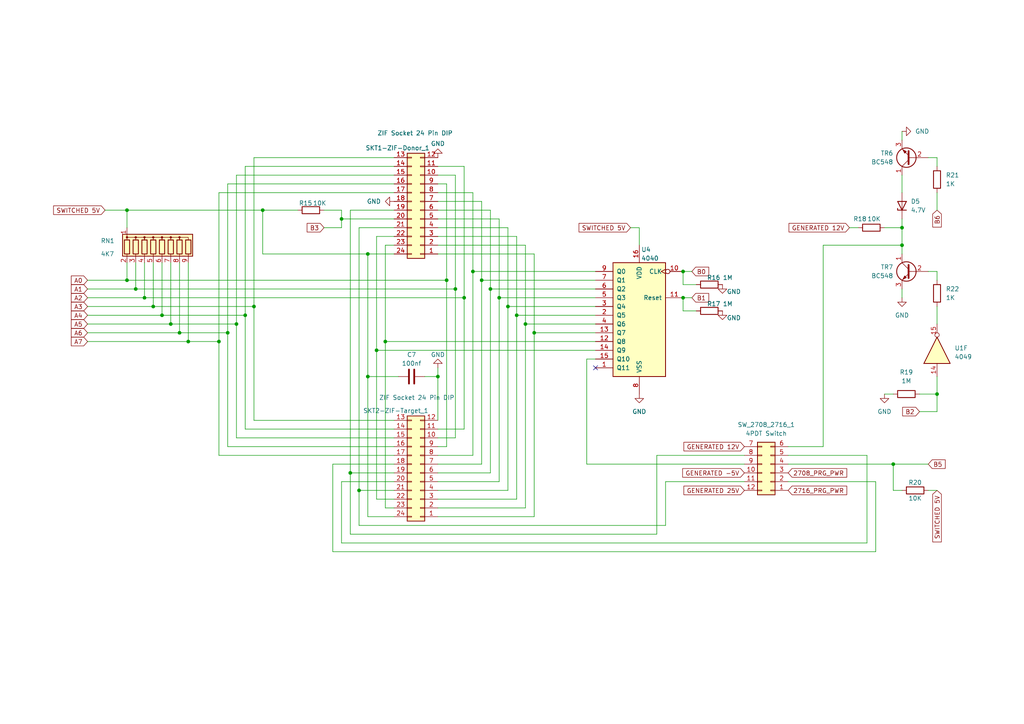
<source format=kicad_sch>
(kicad_sch (version 20230121) (generator eeschema)
  (paper "A4")
  (title_block (title "EPROM Burner 2708 / 2716") (date "2023-05-21") (rev "2.1"))
  (lib_symbols
    (symbol "4xxx:4040" (pin_names (offset 1.016))
      (property "Reference" "U" (at -7.62 16.51 0))
      (property "Value" "4040" (at -7.62 -19.05 0))
      (symbol "4040_1_0"
        (pin output line (at 12.7 -15.24 180) (length 5.08) (name "Q11") (number "1"))
        (pin input inverted_clock (at -12.7 12.7 0) (length 5.08) (name "CLK") (number "10"))
        (pin input line (at -12.7 5.08 0) (length 5.08) (name "Reset") (number "11"))
        (pin output line (at 12.7 -7.62 180) (length 5.08) (name "Q8") (number "12"))
        (pin output line (at 12.7 -5.08 180) (length 5.08) (name "Q7") (number "13"))
        (pin output line (at 12.7 -10.16 180) (length 5.08) (name "Q9") (number "14"))
        (pin output line (at 12.7 -12.7 180) (length 5.08) (name "Q10") (number "15"))
        (pin power_in line (at 0 20.32 270) (length 5.08) (name "VDD") (number "16"))
        (pin output line (at 12.7 0 180) (length 5.08) (name "Q5") (number "2"))
        (pin output line (at 12.7 2.54 180) (length 5.08) (name "Q4") (number "3"))
        (pin output line (at 12.7 -2.54 180) (length 5.08) (name "Q6") (number "4"))
        (pin output line (at 12.7 5.08 180) (length 5.08) (name "Q3") (number "5"))
        (pin output line (at 12.7 7.62 180) (length 5.08) (name "Q2") (number "6"))
        (pin output line (at 12.7 10.16 180) (length 5.08) (name "Q1") (number "7"))
        (pin power_in line (at 0 -22.86 90) (length 5.08) (name "VSS") (number "8"))
        (pin output line (at 12.7 12.7 180) (length 5.08) (name "Q0") (number "9"))
      )
      (symbol "4040_1_1"
        (rectangle (start -7.62 15.24) (end 7.62 -17.78) (stroke (width 0.254)) (fill (type background)))
      )
    )
    (symbol "4xxx:4049" (pin_names (offset 1.016))
      (property "Reference" "U" (at 0 1.27 0))
      (property "Value" "4049" (at 0 -1.27 0))
      (symbol "4049_1_0"
        (polyline (pts (xy -3.81 3.81) (xy -3.81 -3.81) (xy 3.81 0) (xy -3.81 3.81)) (stroke (width 0.254)) (fill (type background)))
        (pin output inverted (at 7.62 0 180) (length 3.81) (name "~") (number "2"))
        (pin input line (at -7.62 0 0) (length 3.81) (name "~") (number "3"))
      )
      (symbol "4049_2_0"
        (polyline (pts (xy -3.81 3.81) (xy -3.81 -3.81) (xy 3.81 0) (xy -3.81 3.81)) (stroke (width 0.254)) (fill (type background)))
        (pin output inverted (at 7.62 0 180) (length 3.81) (name "~") (number "4"))
        (pin input line (at -7.62 0 0) (length 3.81) (name "~") (number "5"))
      )
      (symbol "4049_3_0"
        (polyline (pts (xy -3.81 3.81) (xy -3.81 -3.81) (xy 3.81 0) (xy -3.81 3.81)) (stroke (width 0.254)) (fill (type background)))
        (pin output inverted (at 7.62 0 180) (length 3.81) (name "~") (number "6"))
        (pin input line (at -7.62 0 0) (length 3.81) (name "~") (number "7"))
      )
      (symbol "4049_4_0"
        (polyline (pts (xy -3.81 3.81) (xy -3.81 -3.81) (xy 3.81 0) (xy -3.81 3.81)) (stroke (width 0.254)) (fill (type background)))
        (pin output inverted (at 7.62 0 180) (length 3.81) (name "~") (number "10"))
        (pin input line (at -7.62 0 0) (length 3.81) (name "~") (number "9"))
      )
      (symbol "4049_5_0"
        (polyline (pts (xy -3.81 3.81) (xy -3.81 -3.81) (xy 3.81 0) (xy -3.81 3.81)) (stroke (width 0.254)) (fill (type background)))
        (pin input line (at -7.62 0 0) (length 3.81) (name "~") (number "11"))
        (pin output inverted (at 7.62 0 180) (length 3.81) (name "~") (number "12"))
      )
      (symbol "4049_6_0"
        (polyline (pts (xy -3.81 3.81) (xy -3.81 -3.81) (xy 3.81 0) (xy -3.81 3.81)) (stroke (width 0.254)) (fill (type background)))
        (pin input line (at -7.62 0 0) (length 3.81) (name "~") (number "14"))
        (pin output inverted (at 7.62 0 180) (length 3.81) (name "~") (number "15"))
      )
      (symbol "4049_7_0"
        (pin power_in line (at 0 12.7 270) (length 5.08) (name "VCC") (number "1"))
        (pin power_in line (at 0 -12.7 90) (length 5.08) (name "VSS") (number "8"))
      )
      (symbol "4049_7_1"
        (rectangle (start -5.08 7.62) (end 5.08 -7.62) (stroke (width 0.254)) (fill (type background)))
      )
    )
    (symbol "Connector_Generic:Conn_02x06_Counter_Clockwise" (pin_names (offset 1.016) hide)
      (property "Reference" "J" (at 1.27 7.62 0))
      (property "Value" "Conn_02x06_Counter_Clockwise" (at 1.27 -10.16 0))
      (symbol "Conn_02x06_Counter_Clockwise_1_1"
        (rectangle (start -1.27 -7.493) (end 0 -7.747) (stroke (width 0.1524)))
        (rectangle (start -1.27 -4.953) (end 0 -5.207) (stroke (width 0.1524)))
        (rectangle (start -1.27 -2.413) (end 0 -2.667) (stroke (width 0.1524)))
        (rectangle (start -1.27 0.127) (end 0 -0.127) (stroke (width 0.1524)))
        (rectangle (start -1.27 2.667) (end 0 2.413) (stroke (width 0.1524)))
        (rectangle (start -1.27 5.207) (end 0 4.953) (stroke (width 0.1524)))
        (rectangle (start -1.27 6.35) (end 3.81 -8.89) (stroke (width 0.254)) (fill (type background)))
        (rectangle (start 3.81 -7.493) (end 2.54 -7.747) (stroke (width 0.1524)))
        (rectangle (start 3.81 -4.953) (end 2.54 -5.207) (stroke (width 0.1524)))
        (rectangle (start 3.81 -2.413) (end 2.54 -2.667) (stroke (width 0.1524)))
        (rectangle (start 3.81 0.127) (end 2.54 -0.127) (stroke (width 0.1524)))
        (rectangle (start 3.81 2.667) (end 2.54 2.413) (stroke (width 0.1524)))
        (rectangle (start 3.81 5.207) (end 2.54 4.953) (stroke (width 0.1524)))
        (pin passive line (at -5.08 5.08 0) (length 3.81) (name "Pin_1") (number "1"))
        (pin passive line (at 7.62 0 180) (length 3.81) (name "Pin_10") (number "10"))
        (pin passive line (at 7.62 2.54 180) (length 3.81) (name "Pin_11") (number "11"))
        (pin passive line (at 7.62 5.08 180) (length 3.81) (name "Pin_12") (number "12"))
        (pin passive line (at -5.08 2.54 0) (length 3.81) (name "Pin_2") (number "2"))
        (pin passive line (at -5.08 0 0) (length 3.81) (name "Pin_3") (number "3"))
        (pin passive line (at -5.08 -2.54 0) (length 3.81) (name "Pin_4") (number "4"))
        (pin passive line (at -5.08 -5.08 0) (length 3.81) (name "Pin_5") (number "5"))
        (pin passive line (at -5.08 -7.62 0) (length 3.81) (name "Pin_6") (number "6"))
        (pin passive line (at 7.62 -7.62 180) (length 3.81) (name "Pin_7") (number "7"))
        (pin passive line (at 7.62 -5.08 180) (length 3.81) (name "Pin_8") (number "8"))
        (pin passive line (at 7.62 -2.54 180) (length 3.81) (name "Pin_9") (number "9"))
      )
    )
    (symbol "Connector_Generic:Conn_02x12_Counter_Clockwise" (pin_names (offset 1.016) hide)
      (property "Reference" "J" (at 1.27 15.24 0))
      (property "Value" "Conn_02x12_Counter_Clockwise" (at 1.27 -17.78 0))
      (symbol "Conn_02x12_Counter_Clockwise_1_1"
        (rectangle (start -1.27 -15.113) (end 0 -15.367) (stroke (width 0.1524)))
        (rectangle (start -1.27 -12.573) (end 0 -12.827) (stroke (width 0.1524)))
        (rectangle (start -1.27 -10.033) (end 0 -10.287) (stroke (width 0.1524)))
        (rectangle (start -1.27 -7.493) (end 0 -7.747) (stroke (width 0.1524)))
        (rectangle (start -1.27 -4.953) (end 0 -5.207) (stroke (width 0.1524)))
        (rectangle (start -1.27 -2.413) (end 0 -2.667) (stroke (width 0.1524)))
        (rectangle (start -1.27 0.127) (end 0 -0.127) (stroke (width 0.1524)))
        (rectangle (start -1.27 2.667) (end 0 2.413) (stroke (width 0.1524)))
        (rectangle (start -1.27 5.207) (end 0 4.953) (stroke (width 0.1524)))
        (rectangle (start -1.27 7.747) (end 0 7.493) (stroke (width 0.1524)))
        (rectangle (start -1.27 10.287) (end 0 10.033) (stroke (width 0.1524)))
        (rectangle (start -1.27 12.827) (end 0 12.573) (stroke (width 0.1524)))
        (rectangle (start -1.27 13.97) (end 3.81 -16.51) (stroke (width 0.254)) (fill (type background)))
        (rectangle (start 3.81 -15.113) (end 2.54 -15.367) (stroke (width 0.1524)))
        (rectangle (start 3.81 -12.573) (end 2.54 -12.827) (stroke (width 0.1524)))
        (rectangle (start 3.81 -10.033) (end 2.54 -10.287) (stroke (width 0.1524)))
        (rectangle (start 3.81 -7.493) (end 2.54 -7.747) (stroke (width 0.1524)))
        (rectangle (start 3.81 -4.953) (end 2.54 -5.207) (stroke (width 0.1524)))
        (rectangle (start 3.81 -2.413) (end 2.54 -2.667) (stroke (width 0.1524)))
        (rectangle (start 3.81 0.127) (end 2.54 -0.127) (stroke (width 0.1524)))
        (rectangle (start 3.81 2.667) (end 2.54 2.413) (stroke (width 0.1524)))
        (rectangle (start 3.81 5.207) (end 2.54 4.953) (stroke (width 0.1524)))
        (rectangle (start 3.81 7.747) (end 2.54 7.493) (stroke (width 0.1524)))
        (rectangle (start 3.81 10.287) (end 2.54 10.033) (stroke (width 0.1524)))
        (rectangle (start 3.81 12.827) (end 2.54 12.573) (stroke (width 0.1524)))
        (pin passive line (at -5.08 12.7 0) (length 3.81) (name "Pin_1") (number "1"))
        (pin passive line (at -5.08 -10.16 0) (length 3.81) (name "Pin_10") (number "10"))
        (pin passive line (at -5.08 -12.7 0) (length 3.81) (name "Pin_11") (number "11"))
        (pin passive line (at -5.08 -15.24 0) (length 3.81) (name "Pin_12") (number "12"))
        (pin passive line (at 7.62 -15.24 180) (length 3.81) (name "Pin_13") (number "13"))
        (pin passive line (at 7.62 -12.7 180) (length 3.81) (name "Pin_14") (number "14"))
        (pin passive line (at 7.62 -10.16 180) (length 3.81) (name "Pin_15") (number "15"))
        (pin passive line (at 7.62 -7.62 180) (length 3.81) (name "Pin_16") (number "16"))
        (pin passive line (at 7.62 -5.08 180) (length 3.81) (name "Pin_17") (number "17"))
        (pin passive line (at 7.62 -2.54 180) (length 3.81) (name "Pin_18") (number "18"))
        (pin passive line (at 7.62 0 180) (length 3.81) (name "Pin_19") (number "19"))
        (pin passive line (at -5.08 10.16 0) (length 3.81) (name "Pin_2") (number "2"))
        (pin passive line (at 7.62 2.54 180) (length 3.81) (name "Pin_20") (number "20"))
        (pin passive line (at 7.62 5.08 180) (length 3.81) (name "Pin_21") (number "21"))
        (pin passive line (at 7.62 7.62 180) (length 3.81) (name "Pin_22") (number "22"))
        (pin passive line (at 7.62 10.16 180) (length 3.81) (name "Pin_23") (number "23"))
        (pin passive line (at 7.62 12.7 180) (length 3.81) (name "Pin_24") (number "24"))
        (pin passive line (at -5.08 7.62 0) (length 3.81) (name "Pin_3") (number "3"))
        (pin passive line (at -5.08 5.08 0) (length 3.81) (name "Pin_4") (number "4"))
        (pin passive line (at -5.08 2.54 0) (length 3.81) (name "Pin_5") (number "5"))
        (pin passive line (at -5.08 0 0) (length 3.81) (name "Pin_6") (number "6"))
        (pin passive line (at -5.08 -2.54 0) (length 3.81) (name "Pin_7") (number "7"))
        (pin passive line (at -5.08 -5.08 0) (length 3.81) (name "Pin_8") (number "8"))
        (pin passive line (at -5.08 -7.62 0) (length 3.81) (name "Pin_9") (number "9"))
      )
    )
    (symbol "Device:C" (pin_numbers hide) (pin_names (offset 0.254))
      (property "Reference" "C" (at 0.635 2.54 0))
      (property "Value" "C" (at 0.635 -2.54 0))
      (symbol "C_0_1"
        (polyline (pts (xy -2.032 -0.762) (xy 2.032 -0.762)) (stroke (width 0.508)))
        (polyline (pts (xy -2.032 0.762) (xy 2.032 0.762)) (stroke (width 0.508)))
      )
      (symbol "C_1_1"
        (pin passive line (at 0 3.81 270) (length 2.794) (name "~") (number "1"))
        (pin passive line (at 0 -3.81 90) (length 2.794) (name "~") (number "2"))
      )
    )
    (symbol "Device:D_Zener" (pin_numbers hide) (pin_names (offset 1.016) hide)
      (property "Reference" "D" (at 0 2.54 0))
      (property "Value" "D_Zener" (at 0 -2.54 0))
      (symbol "D_Zener_0_1"
        (polyline (pts (xy 1.27 0) (xy -1.27 0)))
        (polyline (pts (xy -1.27 -1.27) (xy -1.27 1.27) (xy -0.762 1.27)) (stroke (width 0.254)))
        (polyline (pts (xy 1.27 -1.27) (xy 1.27 1.27) (xy -1.27 0) (xy 1.27 -1.27)) (stroke (width 0.254)))
      )
      (symbol "D_Zener_1_1"
        (pin passive line (at -3.81 0 0) (length 2.54) (name "K") (number "1"))
        (pin passive line (at 3.81 0 180) (length 2.54) (name "A") (number "2"))
      )
    )
    (symbol "Device:R" (pin_numbers hide) (pin_names (offset 0))
      (property "Reference" "R" (at 2.032 0 90))
      (property "Value" "R" (at 0 0 90))
      (symbol "R_0_1"
        (rectangle (start -1.016 -2.54) (end 1.016 2.54) (stroke (width 0.254)))
      )
      (symbol "R_1_1"
        (pin passive line (at 0 3.81 270) (length 1.27) (name "~") (number "1"))
        (pin passive line (at 0 -3.81 90) (length 1.27) (name "~") (number "2"))
      )
    )
    (symbol "Device:R_Network08" (pin_names (offset 0) hide)
      (property "Reference" "RN" (at -12.7 0 90))
      (property "Value" "R_Network08" (at 10.16 0 90))
      (symbol "R_Network08_0_1"
        (rectangle (start -11.43 -3.175) (end 8.89 3.175) (stroke (width 0.254)) (fill (type background)))
        (rectangle (start -10.922 1.524) (end -9.398 -2.54) (stroke (width 0.254)))
        (circle (center -10.16 2.286) (radius 0.254) (fill (type outline)))
        (rectangle (start -8.382 1.524) (end -6.858 -2.54) (stroke (width 0.254)))
        (circle (center -7.62 2.286) (radius 0.254) (fill (type outline)))
        (rectangle (start -5.842 1.524) (end -4.318 -2.54) (stroke (width 0.254)))
        (circle (center -5.08 2.286) (radius 0.254) (fill (type outline)))
        (rectangle (start -3.302 1.524) (end -1.778 -2.54) (stroke (width 0.254)))
        (circle (center -2.54 2.286) (radius 0.254) (fill (type outline)))
        (rectangle (start -0.762 1.524) (end 0.762 -2.54) (stroke (width 0.254)))
        (polyline (pts (xy -10.16 -2.54) (xy -10.16 -3.81)))
        (polyline (pts (xy -7.62 -2.54) (xy -7.62 -3.81)))
        (polyline (pts (xy -5.08 -2.54) (xy -5.08 -3.81)))
        (polyline (pts (xy -2.54 -2.54) (xy -2.54 -3.81)))
        (polyline (pts (xy 0 -2.54) (xy 0 -3.81)))
        (polyline (pts (xy 2.54 -2.54) (xy 2.54 -3.81)))
        (polyline (pts (xy 5.08 -2.54) (xy 5.08 -3.81)))
        (polyline (pts (xy 7.62 -2.54) (xy 7.62 -3.81)))
        (polyline (pts (xy -10.16 1.524) (xy -10.16 2.286) (xy -7.62 2.286) (xy -7.62 1.524)))
        (polyline (pts (xy -7.62 1.524) (xy -7.62 2.286) (xy -5.08 2.286) (xy -5.08 1.524)))
        (polyline (pts (xy -5.08 1.524) (xy -5.08 2.286) (xy -2.54 2.286) (xy -2.54 1.524)))
        (polyline (pts (xy -2.54 1.524) (xy -2.54 2.286) (xy 0 2.286) (xy 0 1.524)))
        (polyline (pts (xy 0 1.524) (xy 0 2.286) (xy 2.54 2.286) (xy 2.54 1.524)))
        (polyline (pts (xy 2.54 1.524) (xy 2.54 2.286) (xy 5.08 2.286) (xy 5.08 1.524)))
        (polyline (pts (xy 5.08 1.524) (xy 5.08 2.286) (xy 7.62 2.286) (xy 7.62 1.524)))
        (circle (center 0 2.286) (radius 0.254) (fill (type outline)))
        (rectangle (start 1.778 1.524) (end 3.302 -2.54) (stroke (width 0.254)))
        (circle (center 2.54 2.286) (radius 0.254) (fill (type outline)))
        (rectangle (start 4.318 1.524) (end 5.842 -2.54) (stroke (width 0.254)))
        (circle (center 5.08 2.286) (radius 0.254) (fill (type outline)))
        (rectangle (start 6.858 1.524) (end 8.382 -2.54) (stroke (width 0.254)))
      )
      (symbol "R_Network08_1_1"
        (pin passive line (at -10.16 5.08 270) (length 2.54) (name "common") (number "1"))
        (pin passive line (at -10.16 -5.08 90) (length 1.27) (name "R1") (number "2"))
        (pin passive line (at -7.62 -5.08 90) (length 1.27) (name "R2") (number "3"))
        (pin passive line (at -5.08 -5.08 90) (length 1.27) (name "R3") (number "4"))
        (pin passive line (at -2.54 -5.08 90) (length 1.27) (name "R4") (number "5"))
        (pin passive line (at 0 -5.08 90) (length 1.27) (name "R5") (number "6"))
        (pin passive line (at 2.54 -5.08 90) (length 1.27) (name "R6") (number "7"))
        (pin passive line (at 5.08 -5.08 90) (length 1.27) (name "R7") (number "8"))
        (pin passive line (at 7.62 -5.08 90) (length 1.27) (name "R8") (number "9"))
      )
    )
    (symbol "Transistor_BJT:BC548" (pin_names (offset 0) hide)
      (property "Reference" "Q" (at 5.08 1.905 0))
      (property "Value" "BC548" (at 5.08 0 0))
      (symbol "BC548_0_1"
        (polyline (pts (xy 0 0) (xy 0.635 0)))
        (polyline (pts (xy 0.635 0.635) (xy 2.54 2.54)))
        (polyline (pts (xy 0.635 -0.635) (xy 2.54 -2.54) (xy 2.54 -2.54)))
        (polyline (pts (xy 0.635 1.905) (xy 0.635 -1.905) (xy 0.635 -1.905)) (stroke (width 0.508)))
        (polyline (pts (xy 1.27 -1.778) (xy 1.778 -1.27) (xy 2.286 -2.286) (xy 1.27 -1.778) (xy 1.27 -1.778)) (fill (type outline)))
        (circle (center 1.27 0) (radius 2.8194) (stroke (width 0.254)))
      )
      (symbol "BC548_1_1"
        (pin passive line (at 2.54 5.08 270) (length 2.54) (name "C") (number "1"))
        (pin input line (at -5.08 0 0) (length 5.08) (name "B") (number "2"))
        (pin passive line (at 2.54 -5.08 90) (length 2.54) (name "E") (number "3"))
      )
    )
    (symbol "power:GND" (power) (pin_names (offset 0))
      (property "Value" "GND" (at 0 -3.81 0))
      (symbol "GND_0_1"
        (polyline (pts (xy 0 0) (xy 0 -1.27) (xy 1.27 -1.27) (xy 0 -2.54) (xy -1.27 -1.27) (xy 0 -1.27)))
      )
      (symbol "GND_1_1"
        (pin power_in line (at 0 0 270) (length 0) hide (name "GND") (number "1"))
      )
    )
  )
  (junction (at 261.62 71.12))
  (junction (at 49.53 93.98))
  (junction (at 149.86 91.44))
  (junction (at 259.08 134.62))
  (junction (at 76.2 60.96))
  (junction (at 99.06 63.5))
  (junction (at 152.4 93.98))
  (junction (at 104.14 142.24))
  (junction (at 73.66 88.9))
  (junction (at 142.24 83.82))
  (junction (at 137.16 78.74))
  (junction (at 63.5 99.06))
  (junction (at 111.76 99.06))
  (junction (at 154.94 96.52))
  (junction (at 271.78 114.3))
  (junction (at 41.91 86.36))
  (junction (at 106.68 109.22))
  (junction (at 198.12 78.74))
  (junction (at 106.68 73.66))
  (junction (at 46.99 91.44))
  (junction (at 52.07 96.52))
  (junction (at 144.78 86.36))
  (junction (at 44.45 88.9))
  (junction (at 36.83 81.28))
  (junction (at 147.32 88.9))
  (junction (at 139.7 81.28))
  (junction (at 109.22 101.6))
  (junction (at 54.61 99.06))
  (junction (at 36.83 60.96))
  (junction (at 261.62 66.04))
  (junction (at 71.12 91.44))
  (junction (at 198.12 86.36))
  (junction (at 101.6 137.16))
  (junction (at 129.54 81.28))
  (junction (at 127 109.22))
  (junction (at 39.37 83.82))
  (junction (at 134.62 86.36))
  (junction (at 66.04 96.52))
  (junction (at 68.58 93.98))
  (junction (at 132.08 83.82))
  (no_connect (at 172.72 106.68))
  (wire (pts (xy 154.94 96.52) (xy 154.94 149.86)))
  (wire (pts (xy 63.5 55.88) (xy 63.5 99.06)))
  (wire (pts (xy 228.6 132.08) (xy 251.46 132.08)))
  (wire (pts (xy 190.5 132.08) (xy 215.9 132.08)))
  (wire (pts (xy 256.54 66.04) (xy 261.62 66.04)))
  (wire (pts (xy 114.3 68.58) (xy 109.22 68.58)))
  (wire (pts (xy 256.54 114.3) (xy 259.08 114.3)))
  (wire (pts (xy 132.08 50.8) (xy 132.08 83.82)))
  (wire (pts (xy 198.12 82.55) (xy 198.12 78.74)))
  (wire (pts (xy 198.12 90.17) (xy 198.12 86.36)))
  (wire (pts (xy 251.46 157.48) (xy 99.06 157.48)))
  (wire (pts (xy 129.54 81.28) (xy 129.54 129.54)))
  (wire (pts (xy 271.78 109.22) (xy 271.78 114.3)))
  (wire (pts (xy 114.3 142.24) (xy 104.14 142.24)))
  (wire (pts (xy 271.78 88.9) (xy 271.78 93.98)))
  (wire (pts (xy 152.4 71.12) (xy 152.4 93.98)))
  (wire (pts (xy 261.62 66.04) (xy 261.62 71.12)))
  (wire (pts (xy 49.53 93.98) (xy 68.58 93.98)))
  (wire (pts (xy 144.78 86.36) (xy 144.78 139.7)))
  (wire (pts (xy 66.04 96.52) (xy 66.04 129.54)))
  (wire (pts (xy 127 71.12) (xy 152.4 71.12)))
  (wire (pts (xy 137.16 132.08) (xy 127 132.08)))
  (wire (pts (xy 66.04 129.54) (xy 114.3 129.54)))
  (wire (pts (xy 127 63.5) (xy 144.78 63.5)))
  (wire (pts (xy 271.78 81.28) (xy 271.78 78.74)))
  (wire (pts (xy 215.9 134.62) (xy 170.18 134.62)))
  (wire (pts (xy 68.58 93.98) (xy 68.58 127)))
  (wire (pts (xy 261.62 63.5) (xy 261.62 66.04)))
  (wire (pts (xy 142.24 83.82) (xy 172.72 83.82)))
  (wire (pts (xy 96.52 134.62) (xy 96.52 160.02)))
  (wire (pts (xy 251.46 132.08) (xy 251.46 157.48)))
  (wire (pts (xy 261.62 71.12) (xy 261.62 73.66)))
  (wire (pts (xy 134.62 124.46) (xy 127 124.46)))
  (wire (pts (xy 271.78 45.72) (xy 269.24 45.72)))
  (wire (pts (xy 254 160.02) (xy 254 139.7)))
  (wire (pts (xy 129.54 53.34) (xy 129.54 81.28)))
  (wire (pts (xy 68.58 127) (xy 114.3 127)))
  (wire (pts (xy 114.3 50.8) (xy 68.58 50.8)))
  (wire (pts (xy 185.42 71.12) (xy 185.42 66.04)))
  (wire (pts (xy 132.08 83.82) (xy 132.08 127)))
  (wire (pts (xy 114.3 53.34) (xy 66.04 53.34)))
  (wire (pts (xy 147.32 88.9) (xy 172.72 88.9)))
  (wire (pts (xy 39.37 76.2) (xy 39.37 83.82)))
  (wire (pts (xy 76.2 73.66) (xy 76.2 60.96)))
  (wire (pts (xy 109.22 144.78) (xy 114.3 144.78)))
  (wire (pts (xy 36.83 60.96) (xy 76.2 60.96)))
  (wire (pts (xy 271.78 48.26) (xy 271.78 45.72)))
  (wire (pts (xy 104.14 142.24) (xy 104.14 66.04)))
  (wire (pts (xy 25.4 83.82) (xy 39.37 83.82)))
  (wire (pts (xy 127 55.88) (xy 137.16 55.88)))
  (wire (pts (xy 44.45 88.9) (xy 73.66 88.9)))
  (wire (pts (xy 101.6 154.94) (xy 190.5 154.94)))
  (wire (pts (xy 114.3 55.88) (xy 63.5 55.88)))
  (wire (pts (xy 127 48.26) (xy 134.62 48.26)))
  (wire (pts (xy 106.68 109.22) (xy 115.57 109.22)))
  (wire (pts (xy 142.24 83.82) (xy 142.24 137.16)))
  (wire (pts (xy 228.6 134.62) (xy 259.08 134.62)))
  (wire (pts (xy 36.83 81.28) (xy 129.54 81.28)))
  (wire (pts (xy 46.99 76.2) (xy 46.99 91.44)))
  (wire (pts (xy 198.12 78.74) (xy 200.66 78.74)))
  (wire (pts (xy 149.86 91.44) (xy 149.86 144.78)))
  (wire (pts (xy 66.04 53.34) (xy 66.04 96.52)))
  (wire (pts (xy 152.4 147.32) (xy 127 147.32)))
  (wire (pts (xy 25.4 93.98) (xy 49.53 93.98)))
  (wire (pts (xy 172.72 104.14) (xy 170.18 104.14)))
  (wire (pts (xy 44.45 76.2) (xy 44.45 88.9)))
  (wire (pts (xy 106.68 73.66) (xy 106.68 109.22)))
  (wire (pts (xy 261.62 142.24) (xy 259.08 142.24)))
  (wire (pts (xy 36.83 76.2) (xy 36.83 81.28)))
  (wire (pts (xy 137.16 78.74) (xy 172.72 78.74)))
  (wire (pts (xy 114.3 137.16) (xy 101.6 137.16)))
  (wire (pts (xy 101.6 137.16) (xy 101.6 60.96)))
  (wire (pts (xy 111.76 99.06) (xy 172.72 99.06)))
  (wire (pts (xy 99.06 157.48) (xy 99.06 139.7)))
  (wire (pts (xy 114.3 73.66) (xy 106.68 73.66)))
  (wire (pts (xy 144.78 139.7) (xy 127 139.7)))
  (wire (pts (xy 154.94 96.52) (xy 172.72 96.52)))
  (wire (pts (xy 39.37 83.82) (xy 132.08 83.82)))
  (wire (pts (xy 127 68.58) (xy 149.86 68.58)))
  (wire (pts (xy 193.04 152.4) (xy 193.04 139.7)))
  (wire (pts (xy 114.3 45.72) (xy 73.66 45.72)))
  (wire (pts (xy 139.7 81.28) (xy 139.7 134.62)))
  (wire (pts (xy 54.61 99.06) (xy 63.5 99.06)))
  (wire (pts (xy 68.58 50.8) (xy 68.58 93.98)))
  (wire (pts (xy 109.22 68.58) (xy 109.22 101.6)))
  (wire (pts (xy 41.91 76.2) (xy 41.91 86.36)))
  (wire (pts (xy 259.08 134.62) (xy 269.24 134.62)))
  (wire (pts (xy 104.14 142.24) (xy 104.14 152.4)))
  (wire (pts (xy 127 50.8) (xy 132.08 50.8)))
  (wire (pts (xy 106.68 109.22) (xy 106.68 149.86)))
  (wire (pts (xy 73.66 88.9) (xy 73.66 121.92)))
  (wire (pts (xy 149.86 91.44) (xy 172.72 91.44)))
  (wire (pts (xy 96.52 160.02) (xy 254 160.02)))
  (wire (pts (xy 142.24 60.96) (xy 142.24 83.82)))
  (wire (pts (xy 142.24 137.16) (xy 127 137.16)))
  (wire (pts (xy 127 106.68) (xy 127 109.22)))
  (wire (pts (xy 127 109.22) (xy 127 121.92)))
  (wire (pts (xy 111.76 147.32) (xy 114.3 147.32)))
  (wire (pts (xy 154.94 73.66) (xy 154.94 96.52)))
  (wire (pts (xy 52.07 96.52) (xy 66.04 96.52)))
  (wire (pts (xy 266.7 119.38) (xy 271.78 119.38)))
  (wire (pts (xy 71.12 48.26) (xy 71.12 91.44)))
  (wire (pts (xy 238.76 129.54) (xy 238.76 71.12)))
  (wire (pts (xy 49.53 76.2) (xy 49.53 93.98)))
  (wire (pts (xy 76.2 60.96) (xy 86.36 60.96)))
  (wire (pts (xy 93.98 60.96) (xy 99.06 60.96)))
  (wire (pts (xy 228.6 129.54) (xy 238.76 129.54)))
  (wire (pts (xy 154.94 149.86) (xy 127 149.86)))
  (wire (pts (xy 198.12 86.36) (xy 200.66 86.36)))
  (wire (pts (xy 139.7 58.42) (xy 139.7 81.28)))
  (wire (pts (xy 152.4 93.98) (xy 172.72 93.98)))
  (wire (pts (xy 127 58.42) (xy 139.7 58.42)))
  (wire (pts (xy 109.22 101.6) (xy 109.22 144.78)))
  (wire (pts (xy 114.3 48.26) (xy 71.12 48.26)))
  (wire (pts (xy 129.54 129.54) (xy 127 129.54)))
  (wire (pts (xy 36.83 60.96) (xy 36.83 66.04)))
  (wire (pts (xy 139.7 134.62) (xy 127 134.62)))
  (wire (pts (xy 137.16 55.88) (xy 137.16 78.74)))
  (wire (pts (xy 147.32 66.04) (xy 147.32 88.9)))
  (wire (pts (xy 99.06 63.5) (xy 114.3 63.5)))
  (wire (pts (xy 104.14 152.4) (xy 193.04 152.4)))
  (wire (pts (xy 271.78 78.74) (xy 269.24 78.74)))
  (wire (pts (xy 261.62 38.1) (xy 261.62 40.64)))
  (wire (pts (xy 106.68 73.66) (xy 76.2 73.66)))
  (wire (pts (xy 54.61 76.2) (xy 54.61 99.06)))
  (wire (pts (xy 104.14 66.04) (xy 114.3 66.04)))
  (wire (pts (xy 30.48 60.96) (xy 36.83 60.96)))
  (wire (pts (xy 139.7 81.28) (xy 172.72 81.28)))
  (wire (pts (xy 114.3 71.12) (xy 111.76 71.12)))
  (wire (pts (xy 25.4 91.44) (xy 46.99 91.44)))
  (wire (pts (xy 25.4 81.28) (xy 36.83 81.28)))
  (wire (pts (xy 271.78 114.3) (xy 271.78 119.38)))
  (wire (pts (xy 246.38 66.04) (xy 248.92 66.04)))
  (wire (pts (xy 73.66 121.92) (xy 114.3 121.92)))
  (wire (pts (xy 134.62 86.36) (xy 134.62 124.46)))
  (wire (pts (xy 152.4 93.98) (xy 152.4 147.32)))
  (wire (pts (xy 101.6 60.96) (xy 114.3 60.96)))
  (wire (pts (xy 52.07 76.2) (xy 52.07 96.52)))
  (wire (pts (xy 266.7 114.3) (xy 271.78 114.3)))
  (wire (pts (xy 109.22 101.6) (xy 172.72 101.6)))
  (wire (pts (xy 254 139.7) (xy 228.6 139.7)))
  (wire (pts (xy 25.4 86.36) (xy 41.91 86.36)))
  (wire (pts (xy 193.04 139.7) (xy 215.9 139.7)))
  (wire (pts (xy 149.86 68.58) (xy 149.86 91.44)))
  (wire (pts (xy 99.06 66.04) (xy 99.06 63.5)))
  (wire (pts (xy 170.18 104.14) (xy 170.18 134.62)))
  (wire (pts (xy 127 60.96) (xy 142.24 60.96)))
  (wire (pts (xy 63.5 132.08) (xy 114.3 132.08)))
  (wire (pts (xy 201.93 90.17) (xy 198.12 90.17)))
  (wire (pts (xy 41.91 86.36) (xy 134.62 86.36)))
  (wire (pts (xy 261.62 83.82) (xy 261.62 86.36)))
  (wire (pts (xy 147.32 142.24) (xy 127 142.24)))
  (wire (pts (xy 147.32 88.9) (xy 147.32 142.24)))
  (wire (pts (xy 25.4 96.52) (xy 52.07 96.52)))
  (wire (pts (xy 269.24 142.24) (xy 271.78 142.24)))
  (wire (pts (xy 132.08 127) (xy 127 127)))
  (wire (pts (xy 182.88 66.04) (xy 185.42 66.04)))
  (wire (pts (xy 71.12 91.44) (xy 71.12 124.46)))
  (wire (pts (xy 149.86 144.78) (xy 127 144.78)))
  (wire (pts (xy 259.08 142.24) (xy 259.08 134.62)))
  (wire (pts (xy 201.93 82.55) (xy 198.12 82.55)))
  (wire (pts (xy 261.62 50.8) (xy 261.62 55.88)))
  (wire (pts (xy 190.5 154.94) (xy 190.5 132.08)))
  (wire (pts (xy 127 66.04) (xy 147.32 66.04)))
  (wire (pts (xy 71.12 124.46) (xy 114.3 124.46)))
  (wire (pts (xy 63.5 99.06) (xy 63.5 132.08)))
  (wire (pts (xy 271.78 55.88) (xy 271.78 60.96)))
  (wire (pts (xy 46.99 91.44) (xy 71.12 91.44)))
  (wire (pts (xy 25.4 88.9) (xy 44.45 88.9)))
  (wire (pts (xy 134.62 48.26) (xy 134.62 86.36)))
  (wire (pts (xy 111.76 99.06) (xy 111.76 147.32)))
  (wire (pts (xy 238.76 71.12) (xy 261.62 71.12)))
  (wire (pts (xy 93.98 66.04) (xy 99.06 66.04)))
  (wire (pts (xy 73.66 45.72) (xy 73.66 88.9)))
  (wire (pts (xy 106.68 149.86) (xy 114.3 149.86)))
  (wire (pts (xy 25.4 99.06) (xy 54.61 99.06)))
  (wire (pts (xy 123.19 109.22) (xy 127 109.22)))
  (wire (pts (xy 137.16 78.74) (xy 137.16 132.08)))
  (wire (pts (xy 111.76 71.12) (xy 111.76 99.06)))
  (wire (pts (xy 144.78 86.36) (xy 172.72 86.36)))
  (wire (pts (xy 127 53.34) (xy 129.54 53.34)))
  (wire (pts (xy 144.78 63.5) (xy 144.78 86.36)))
  (wire (pts (xy 99.06 60.96) (xy 99.06 63.5)))
  (wire (pts (xy 99.06 139.7) (xy 114.3 139.7)))
  (wire (pts (xy 127 73.66) (xy 154.94 73.66)))
  (wire (pts (xy 101.6 137.16) (xy 101.6 154.94)))
  (wire (pts (xy 114.3 134.62) (xy 96.52 134.62)))
  (global_label "A6" (shape input) (at 25.4 96.52 180) (property "Intersheetrefs" "${INTERSHEET_REFS}" (effects hide)))
  (global_label "B6" (shape input) (at 271.78 60.96 270) (property "Intersheetrefs" "${INTERSHEET_REFS}" (effects hide)))
  (global_label "A5" (shape input) (at 25.4 93.98 180) (property "Intersheetrefs" "${INTERSHEET_REFS}" (effects hide)))
  (global_label "B2" (shape input) (at 266.7 119.38 180) (property "Intersheetrefs" "${INTERSHEET_REFS}" (effects hide)))
  (global_label "2708_PRG_PWR" (shape input) (at 228.6 137.16 0) (property "Intersheetrefs" "${INTERSHEET_REFS}" (effects hide)))
  (global_label "B0" (shape input) (at 200.66 78.74 0) (property "Intersheetrefs" "${INTERSHEET_REFS}" (effects hide)))
  (global_label "B1" (shape input) (at 200.66 86.36 0) (property "Intersheetrefs" "${INTERSHEET_REFS}" (effects hide)))
  (global_label "GENERATED 25V" (shape input) (at 215.9 142.24 180) (property "Intersheetrefs" "${INTERSHEET_REFS}" (effects hide)))
  (global_label "A7" (shape input) (at 25.4 99.06 180) (property "Intersheetrefs" "${INTERSHEET_REFS}" (effects hide)))
  (global_label "A1" (shape input) (at 25.4 83.82 180) (property "Intersheetrefs" "${INTERSHEET_REFS}" (effects hide)))
  (global_label "GENERATED 12V" (shape input) (at 246.38 66.04 180) (property "Intersheetrefs" "${INTERSHEET_REFS}" (effects hide)))
  (global_label "SWITCHED 5V" (shape input) (at 30.48 60.96 180) (property "Intersheetrefs" "${INTERSHEET_REFS}" (effects hide)))
  (global_label "GENERATED -5V" (shape input) (at 215.9 137.16 180) (property "Intersheetrefs" "${INTERSHEET_REFS}" (effects hide)))
  (global_label "A3" (shape input) (at 25.4 88.9 180) (property "Intersheetrefs" "${INTERSHEET_REFS}" (effects hide)))
  (global_label "A4" (shape input) (at 25.4 91.44 180) (property "Intersheetrefs" "${INTERSHEET_REFS}" (effects hide)))
  (global_label "B5" (shape input) (at 269.24 134.62 0) (property "Intersheetrefs" "${INTERSHEET_REFS}" (effects hide)))
  (global_label "A0" (shape input) (at 25.4 81.28 180) (property "Intersheetrefs" "${INTERSHEET_REFS}" (effects hide)))
  (global_label "GENERATED 12V" (shape input) (at 215.9 129.54 180) (property "Intersheetrefs" "${INTERSHEET_REFS}" (effects hide)))
  (global_label "SWITCHED 5V" (shape input) (at 182.88 66.04 180) (property "Intersheetrefs" "${INTERSHEET_REFS}" (effects hide)))
  (global_label "A2" (shape input) (at 25.4 86.36 180) (property "Intersheetrefs" "${INTERSHEET_REFS}" (effects hide)))
  (global_label "2716_PRG_PWR" (shape input) (at 228.6 142.24 0) (property "Intersheetrefs" "${INTERSHEET_REFS}" (effects hide)))
  (global_label "B3" (shape input) (at 93.98 66.04 180) (property "Intersheetrefs" "${INTERSHEET_REFS}" (effects hide)))
  (global_label "SWITCHED 5V" (shape input) (at 271.78 142.24 270) (property "Intersheetrefs" "${INTERSHEET_REFS}" (effects hide)))
  (symbol (lib_id "Device:C") (at 119.38 109.22 90) (unit 1)
    (property "Reference" "C7" (at 119.38 102.87 90))
    (property "Value" "100nf" (at 119.38 105.41 90))
    (property "Footprint" "Capacitor_THT:C_Disc_D5.0mm_W2.5mm_P5.00mm" (effects hide))
  )
  (symbol (lib_id "power:GND") (at 127 106.68 180) (unit 1)
    (property "Reference" "#PWR015" (effects hide))
    (property "Value" "GND" (at 127 102.87 0))
  )
  (symbol (lib_id "Device:R") (at 262.89 114.3 90) (unit 1)
    (property "Reference" "R19" (at 262.89 107.95 90))
    (property "Value" "1M" (at 262.89 110.49 90))
    (property "Footprint" "Resistor_THT:R_Axial_DIN0309_L9.0mm_D3.2mm_P12.70mm_Horizontal" (effects hide))
  )
  (symbol (lib_id "Device:R_Network08") (at 46.99 71.12 0) (unit 1)
    (property "Reference" "RN1" (at 29.21 69.85 0) (effects (justify left)))
    (property "Value" "4K7" (at 29.21 73.66 0) (effects (justify left)))
    (property "Footprint" "Resistor_THT:R_Array_SIP9" (effects hide))
    (property "Datasheet" "http://www.vishay.com/docs/31509/csc.pdf" (effects hide))
  )
  (symbol (lib_id "4xxx:4040") (at 185.42 91.44 0) (mirror y) (unit 1)
    (property "Reference" "U4" (at 186.0041 72.39 0) (effects (justify right)))
    (property "Value" "4040" (at 186.0041 74.93 0) (effects (justify right)))
    (property "Footprint" "Package_DIP:DIP-16_W7.62mm_Socket" (effects hide))
    (property "Datasheet" "http://www.intersil.com/content/dam/Intersil/documents/cd40/cd4020bms-24bms-40bms.pdf" (effects hide))
  )
  (symbol (lib_id "Connector_Generic:Conn_02x06_Counter_Clockwise") (at 223.52 137.16 180) (unit 1)
    (property "Reference" "SW_2708_2716_1" (at 222.25 123.19 0))
    (property "Value" "4PDT Switch" (at 222.25 125.73 0))
    (property "Footprint" "Package_DIP:DIP-12_W7.62mm_Socket" (effects hide))
  )
  (symbol (lib_id "Connector_Generic:Conn_02x12_Counter_Clockwise") (at 121.92 137.16 180) (unit 1)
    (property "Reference" "SKT2-ZIF-Target_1" (at 114.808 119.126 0))
    (property "Value" "ZIF Socket 24 Pin DIP" (at 120.904 115.316 0))
    (property "Footprint" "Package_DIP:DIP-24_W15.24mm_Socket" (effects hide))
  )
  (symbol (lib_id "power:GND") (at 209.55 82.55 0) (unit 1)
    (property "Reference" "#PWR017" (effects hide))
    (property "Value" "GND" (at 212.852 84.582 0))
  )
  (symbol (lib_id "4xxx:4049") (at 271.78 101.6 90) (unit 6)
    (property "Reference" "U1" (at 276.86 100.965 90) (effects (justify right)))
    (property "Value" "4049" (at 276.86 103.505 90) (effects (justify right)))
    (property "Footprint" "Package_DIP:DIP-16_W7.62mm_Socket" (effects hide))
    (property "Datasheet" "http://www.intersil.com/content/dam/intersil/documents/cd40/cd4049ubms.pdf" (effects hide))
  )
  (symbol (lib_id "Device:R") (at 90.17 60.96 90) (unit 1)
    (property "Reference" "R15" (at 88.646 58.928 90))
    (property "Value" "10K" (at 92.71 58.928 90))
    (property "Footprint" "Resistor_THT:R_Axial_DIN0309_L9.0mm_D3.2mm_P12.70mm_Horizontal" (effects hide))
  )
  (symbol (lib_id "power:GND") (at 185.42 114.3 0) (unit 1)
    (property "Reference" "#PWR016" (effects hide))
    (property "Value" "GND" (at 185.42 119.38 0))
  )
  (symbol (lib_id "power:GND") (at 261.62 86.36 0) (unit 1)
    (property "Reference" "#PWR021" (effects hide))
    (property "Value" "GND" (at 261.62 91.44 0))
  )
  (symbol (lib_id "Transistor_BJT:BC548") (at 264.16 45.72 180) (unit 1)
    (property "Reference" "TR6" (at 259.08 44.4499 0) (effects (justify left)))
    (property "Value" "BC548" (at 259.08 46.9899 0) (effects (justify left)))
    (property "Footprint" "Package_TO_SOT_THT:TO-92_Inline_Wide" (effects hide))
    (property "Datasheet" "https://www.onsemi.com/pub/Collateral/BC550-D.pdf" (effects hide))
  )
  (symbol (lib_id "power:GND") (at 209.55 90.17 0) (unit 1)
    (property "Reference" "#PWR018" (effects hide))
    (property "Value" "GND" (at 212.852 92.202 0))
  )
  (symbol (lib_id "Device:R") (at 205.74 82.55 90) (unit 1)
    (property "Reference" "R16" (at 207.01 80.518 90))
    (property "Value" "1M" (at 211.074 80.518 90))
    (property "Footprint" "Resistor_THT:R_Axial_DIN0309_L9.0mm_D3.2mm_P12.70mm_Horizontal" (effects hide))
  )
  (symbol (lib_id "Device:R") (at 271.78 85.09 0) (unit 1)
    (property "Reference" "R22" (at 274.32 83.8199 0) (effects (justify left)))
    (property "Value" "1K" (at 274.32 86.3599 0) (effects (justify left)))
    (property "Footprint" "Resistor_THT:R_Axial_DIN0309_L9.0mm_D3.2mm_P12.70mm_Horizontal" (effects hide))
  )
  (symbol (lib_id "power:GND") (at 261.62 38.1 90) (unit 1)
    (property "Reference" "#PWR020" (effects hide))
    (property "Value" "GND" (at 265.43 38.0999 90) (effects (justify right)))
  )
  (symbol (lib_id "Device:R") (at 252.73 66.04 90) (unit 1)
    (property "Reference" "R18" (at 249.428 63.5 90))
    (property "Value" "10K" (at 253.492 63.5 90))
    (property "Footprint" "Resistor_THT:R_Axial_DIN0309_L9.0mm_D3.2mm_P12.70mm_Horizontal" (effects hide))
  )
  (symbol (lib_id "power:GND") (at 256.54 114.3 0) (unit 1)
    (property "Reference" "#PWR019" (effects hide))
    (property "Value" "GND" (at 256.54 119.38 0))
  )
  (symbol (lib_id "power:GND") (at 114.3 58.42 270) (unit 1)
    (property "Reference" "#PWR013" (effects hide))
    (property "Value" "GND" (at 110.49 58.4199 90) (effects (justify right)))
  )
  (symbol (lib_id "Device:R") (at 205.74 90.17 90) (unit 1)
    (property "Reference" "R17" (at 207.01 88.138 90))
    (property "Value" "1M" (at 211.074 88.138 90))
    (property "Footprint" "Resistor_THT:R_Axial_DIN0309_L9.0mm_D3.2mm_P12.70mm_Horizontal" (effects hide))
  )
  (symbol (lib_id "Device:R") (at 265.43 142.24 90) (unit 1)
    (property "Reference" "R20" (at 265.43 139.954 90))
    (property "Value" "10K" (at 265.43 144.526 90))
    (property "Footprint" "Resistor_THT:R_Axial_DIN0309_L9.0mm_D3.2mm_P12.70mm_Horizontal" (effects hide))
  )
  (symbol (lib_id "Connector_Generic:Conn_02x12_Counter_Clockwise") (at 121.92 60.96 180) (unit 1)
    (property "Reference" "SKT1-ZIF-Donor_1" (at 115.316 42.926 0))
    (property "Value" "ZIF Socket 24 Pin DIP" (at 120.396 38.608 0))
    (property "Footprint" "Package_DIP:DIP-24_W15.24mm_Socket" (effects hide))
  )
  (symbol (lib_id "Transistor_BJT:BC548") (at 264.16 78.74 0) (mirror y) (unit 1)
    (property "Reference" "TR7" (at 259.08 77.4699 0) (effects (justify left)))
    (property "Value" "BC548" (at 259.08 80.0099 0) (effects (justify left)))
    (property "Footprint" "Package_TO_SOT_THT:TO-92_Inline_Wide" (effects hide))
    (property "Datasheet" "https://www.onsemi.com/pub/Collateral/BC550-D.pdf" (effects hide))
  )
  (symbol (lib_id "Device:R") (at 271.78 52.07 0) (unit 1)
    (property "Reference" "R21" (at 274.32 50.7999 0) (effects (justify left)))
    (property "Value" "1K" (at 274.32 53.3399 0) (effects (justify left)))
    (property "Footprint" "Resistor_THT:R_Axial_DIN0309_L9.0mm_D3.2mm_P12.70mm_Horizontal" (effects hide))
  )
  (symbol (lib_id "Device:D_Zener") (at 261.62 59.69 90) (unit 1)
    (property "Reference" "D5" (at 264.16 58.4199 90) (effects (justify right)))
    (property "Value" "4.7V" (at 264.16 60.9599 90) (effects (justify right)))
    (property "Footprint" "Diode_THT:D_DO-41_SOD81_P12.70mm_Horizontal" (effects hide))
  )
  (symbol (lib_id "power:GND") (at 127 45.72 180) (unit 1)
    (property "Reference" "#PWR014" (effects hide))
    (property "Value" "GND" (at 127 41.656 0))
  )
)
</source>
